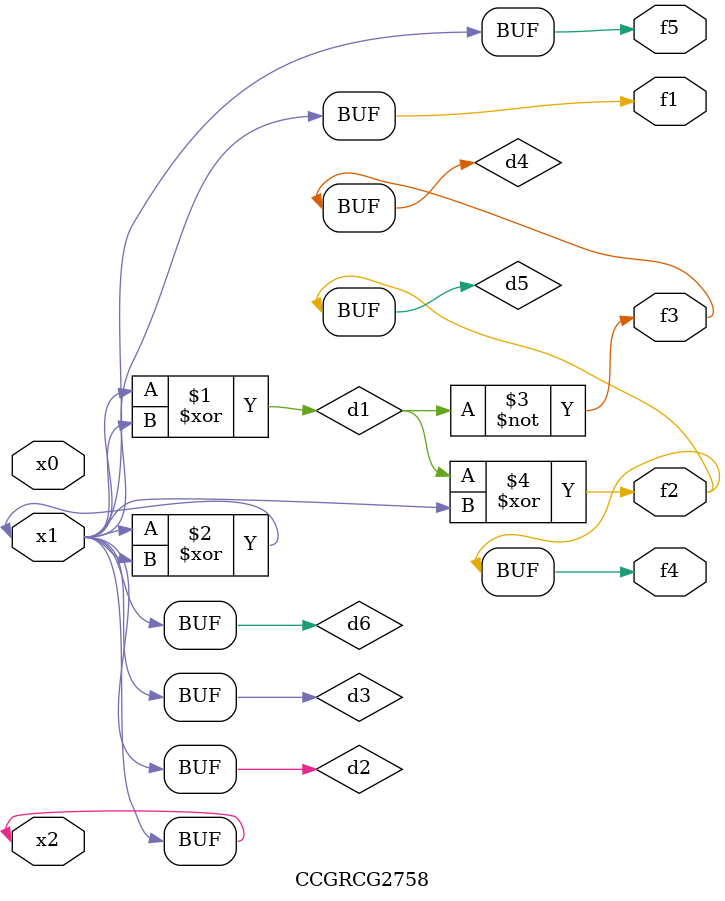
<source format=v>
module CCGRCG2758(
	input x0, x1, x2,
	output f1, f2, f3, f4, f5
);

	wire d1, d2, d3, d4, d5, d6;

	xor (d1, x1, x2);
	buf (d2, x1, x2);
	xor (d3, x1, x2);
	nor (d4, d1);
	xor (d5, d1, d2);
	buf (d6, d2, d3);
	assign f1 = d6;
	assign f2 = d5;
	assign f3 = d4;
	assign f4 = d5;
	assign f5 = d6;
endmodule

</source>
